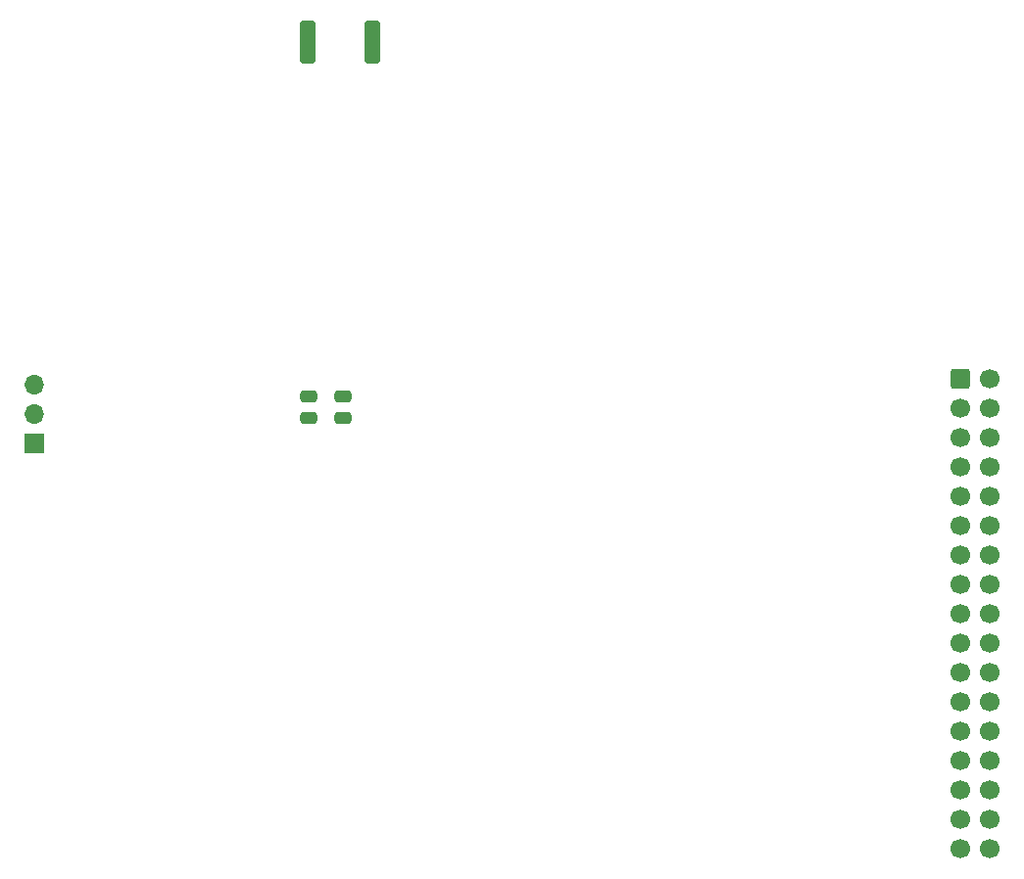
<source format=gbr>
%TF.GenerationSoftware,KiCad,Pcbnew,9.0.0*%
%TF.CreationDate,2025-10-06T20:22:34+02:00*%
%TF.ProjectId,stm32_radio,73746d33-325f-4726-9164-696f2e6b6963,rev?*%
%TF.SameCoordinates,Original*%
%TF.FileFunction,Soldermask,Bot*%
%TF.FilePolarity,Negative*%
%FSLAX46Y46*%
G04 Gerber Fmt 4.6, Leading zero omitted, Abs format (unit mm)*
G04 Created by KiCad (PCBNEW 9.0.0) date 2025-10-06 20:22:34*
%MOMM*%
%LPD*%
G01*
G04 APERTURE LIST*
G04 Aperture macros list*
%AMRoundRect*
0 Rectangle with rounded corners*
0 $1 Rounding radius*
0 $2 $3 $4 $5 $6 $7 $8 $9 X,Y pos of 4 corners*
0 Add a 4 corners polygon primitive as box body*
4,1,4,$2,$3,$4,$5,$6,$7,$8,$9,$2,$3,0*
0 Add four circle primitives for the rounded corners*
1,1,$1+$1,$2,$3*
1,1,$1+$1,$4,$5*
1,1,$1+$1,$6,$7*
1,1,$1+$1,$8,$9*
0 Add four rect primitives between the rounded corners*
20,1,$1+$1,$2,$3,$4,$5,0*
20,1,$1+$1,$4,$5,$6,$7,0*
20,1,$1+$1,$6,$7,$8,$9,0*
20,1,$1+$1,$8,$9,$2,$3,0*%
G04 Aperture macros list end*
%ADD10R,1.700000X1.700000*%
%ADD11O,1.700000X1.700000*%
%ADD12RoundRect,0.250000X-0.600000X-0.600000X0.600000X-0.600000X0.600000X0.600000X-0.600000X0.600000X0*%
%ADD13C,1.700000*%
%ADD14RoundRect,0.250000X0.425000X1.600000X-0.425000X1.600000X-0.425000X-1.600000X0.425000X-1.600000X0*%
%ADD15RoundRect,0.250000X0.475000X-0.250000X0.475000X0.250000X-0.475000X0.250000X-0.475000X-0.250000X0*%
G04 APERTURE END LIST*
D10*
%TO.C,J3*%
X118364000Y-87884000D03*
D11*
X118364000Y-85344000D03*
X118364000Y-82804000D03*
%TD*%
D12*
%TO.C,B1*%
X198374000Y-82296000D03*
D13*
X200914000Y-82296000D03*
X198374000Y-84836000D03*
X200914000Y-84836000D03*
X198374000Y-87376000D03*
X200914000Y-87376000D03*
X198374000Y-89916000D03*
X200914000Y-89916000D03*
X198374000Y-92456000D03*
X200914000Y-92456000D03*
X198374000Y-94996000D03*
X200914000Y-94996000D03*
X198374000Y-97536000D03*
X200914000Y-97536000D03*
X198374000Y-100076000D03*
X200914000Y-100076000D03*
X198374000Y-102616000D03*
X200914000Y-102616000D03*
X198374000Y-105156000D03*
X200914000Y-105156000D03*
X198374000Y-107696000D03*
X200914000Y-107696000D03*
X198374000Y-110236000D03*
X200914000Y-110236000D03*
X198374000Y-112776000D03*
X200914000Y-112776000D03*
X198374000Y-115316000D03*
X200914000Y-115316000D03*
X198374000Y-117856000D03*
X200914000Y-117856000D03*
X198374000Y-120396000D03*
X200914000Y-120396000D03*
X198374000Y-122936000D03*
X200914000Y-122936000D03*
%TD*%
D14*
%TO.C,J2*%
X141955000Y-53172500D03*
X147605000Y-53172500D03*
%TD*%
D15*
%TO.C,C3*%
X145045750Y-85720000D03*
X145045750Y-83820000D03*
%TD*%
%TO.C,C4*%
X142035750Y-85720000D03*
X142035750Y-83820000D03*
%TD*%
M02*

</source>
